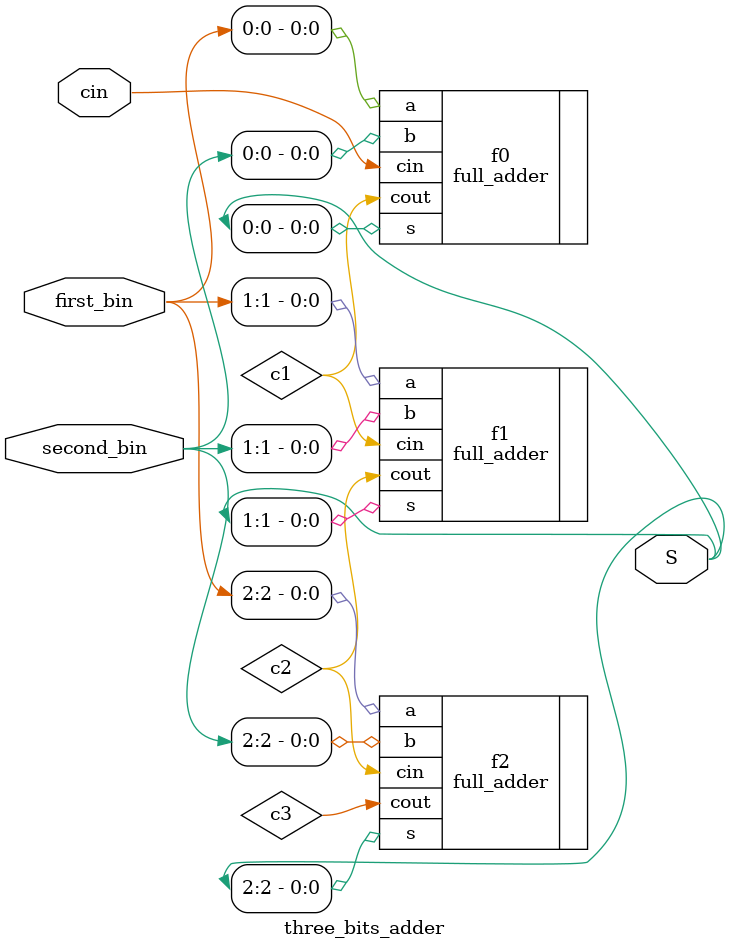
<source format=v>
`timescale 1ns / 1ps


module three_bits_adder(
    input [2:0] first_bin,
    input [2:0] second_bin,
    input cin,
    output [2:0] S
    );
    
    wire c1, c2, c3;
    
    full_adder f0(.a(first_bin[0]), .b(second_bin[0]), .cin(cin), .cout(c1), .s(S[0]) ); // no cin so cin=0
    full_adder f1(.a(first_bin[1]), .b(second_bin[1]), .cin(c1), .cout(c2), .s(S[1]) );
    full_adder f2(.a(first_bin[2]), .b(second_bin[2]), .cin(c2), .cout(c3), .s(S[2]) ); 
 
endmodule

</source>
